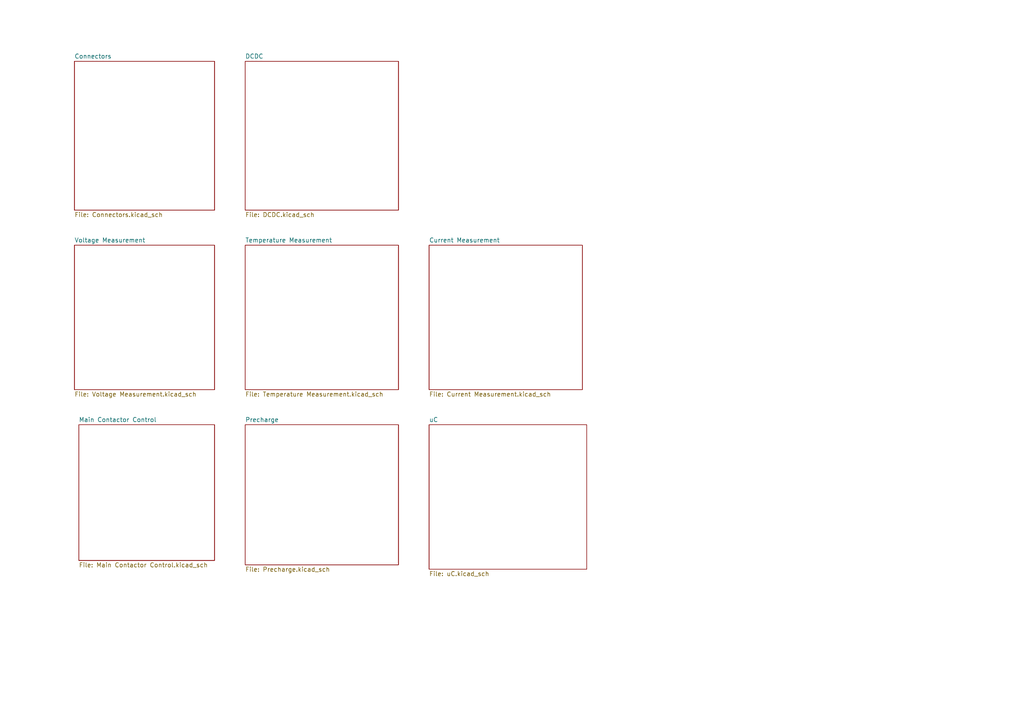
<source format=kicad_sch>
(kicad_sch
	(version 20250114)
	(generator "eeschema")
	(generator_version "9.0")
	(uuid "f3f5bf67-59a2-4fff-a256-b414fb7b1786")
	(paper "A4")
	(title_block
		(title "Schematic BMS PCB")
		(date "2025-04-09")
	)
	(lib_symbols)
	(sheet
		(at 71.12 71.12)
		(size 44.45 41.91)
		(exclude_from_sim no)
		(in_bom yes)
		(on_board yes)
		(dnp no)
		(fields_autoplaced yes)
		(stroke
			(width 0.1524)
			(type solid)
		)
		(fill
			(color 0 0 0 0.0000)
		)
		(uuid "04ae05aa-56cb-41e9-ba09-f0a616efe019")
		(property "Sheetname" "Temperature Measurement"
			(at 71.12 70.4084 0)
			(effects
				(font
					(size 1.27 1.27)
				)
				(justify left bottom)
			)
		)
		(property "Sheetfile" "Temperature Measurement.kicad_sch"
			(at 71.12 113.6146 0)
			(effects
				(font
					(size 1.27 1.27)
				)
				(justify left top)
			)
		)
		(instances
			(project "BMS_PCB"
				(path "/f3f5bf67-59a2-4fff-a256-b414fb7b1786"
					(page "5")
				)
			)
		)
	)
	(sheet
		(at 21.59 71.12)
		(size 40.64 41.91)
		(exclude_from_sim no)
		(in_bom yes)
		(on_board yes)
		(dnp no)
		(fields_autoplaced yes)
		(stroke
			(width 0.1524)
			(type solid)
		)
		(fill
			(color 0 0 0 0.0000)
		)
		(uuid "0a99f3ab-5952-4099-a431-b59c5f3ceb10")
		(property "Sheetname" "Voltage Measurement"
			(at 21.59 70.4084 0)
			(effects
				(font
					(size 1.27 1.27)
				)
				(justify left bottom)
			)
		)
		(property "Sheetfile" "Voltage Measurement.kicad_sch"
			(at 21.59 113.6146 0)
			(effects
				(font
					(size 1.27 1.27)
				)
				(justify left top)
			)
		)
		(instances
			(project "BMS_PCB"
				(path "/f3f5bf67-59a2-4fff-a256-b414fb7b1786"
					(page "4")
				)
			)
		)
	)
	(sheet
		(at 21.59 17.78)
		(size 40.64 43.18)
		(exclude_from_sim no)
		(in_bom yes)
		(on_board yes)
		(dnp no)
		(fields_autoplaced yes)
		(stroke
			(width 0.1524)
			(type solid)
		)
		(fill
			(color 0 0 0 0.0000)
		)
		(uuid "64c54cf2-e962-4d56-8350-2823e3c7a7e9")
		(property "Sheetname" "Connectors"
			(at 21.59 17.0684 0)
			(effects
				(font
					(size 1.27 1.27)
				)
				(justify left bottom)
			)
		)
		(property "Sheetfile" "Connectors.kicad_sch"
			(at 21.59 61.5446 0)
			(effects
				(font
					(size 1.27 1.27)
				)
				(justify left top)
			)
		)
		(instances
			(project "BMS_PCB"
				(path "/f3f5bf67-59a2-4fff-a256-b414fb7b1786"
					(page "2")
				)
			)
		)
	)
	(sheet
		(at 71.12 17.78)
		(size 44.45 43.18)
		(exclude_from_sim no)
		(in_bom yes)
		(on_board yes)
		(dnp no)
		(fields_autoplaced yes)
		(stroke
			(width 0.1524)
			(type solid)
		)
		(fill
			(color 0 0 0 0.0000)
		)
		(uuid "6fb3ba5e-2f75-4f5a-9ee2-e60121c4d894")
		(property "Sheetname" "DCDC"
			(at 71.12 17.0684 0)
			(effects
				(font
					(size 1.27 1.27)
				)
				(justify left bottom)
			)
		)
		(property "Sheetfile" "DCDC.kicad_sch"
			(at 71.12 61.5446 0)
			(effects
				(font
					(size 1.27 1.27)
				)
				(justify left top)
			)
		)
		(instances
			(project "BMS_PCB"
				(path "/f3f5bf67-59a2-4fff-a256-b414fb7b1786"
					(page "3")
				)
			)
		)
	)
	(sheet
		(at 22.86 123.19)
		(size 39.37 39.37)
		(exclude_from_sim no)
		(in_bom yes)
		(on_board yes)
		(dnp no)
		(fields_autoplaced yes)
		(stroke
			(width 0.1524)
			(type solid)
		)
		(fill
			(color 0 0 0 0.0000)
		)
		(uuid "70268bf0-6659-4886-b5bd-e8e42422f194")
		(property "Sheetname" "Main Contactor Control"
			(at 22.86 122.4784 0)
			(effects
				(font
					(size 1.27 1.27)
				)
				(justify left bottom)
			)
		)
		(property "Sheetfile" "Main Contactor Control.kicad_sch"
			(at 22.86 163.1446 0)
			(effects
				(font
					(size 1.27 1.27)
				)
				(justify left top)
			)
		)
		(instances
			(project "BMS_PCB"
				(path "/f3f5bf67-59a2-4fff-a256-b414fb7b1786"
					(page "7")
				)
			)
		)
	)
	(sheet
		(at 124.46 123.19)
		(size 45.72 41.91)
		(exclude_from_sim no)
		(in_bom yes)
		(on_board yes)
		(dnp no)
		(fields_autoplaced yes)
		(stroke
			(width 0.1524)
			(type solid)
		)
		(fill
			(color 0 0 0 0.0000)
		)
		(uuid "84cafc56-a945-4d00-83b7-09041457ec54")
		(property "Sheetname" "uC"
			(at 124.46 122.4784 0)
			(effects
				(font
					(size 1.27 1.27)
				)
				(justify left bottom)
			)
		)
		(property "Sheetfile" "uC.kicad_sch"
			(at 124.46 165.6846 0)
			(effects
				(font
					(size 1.27 1.27)
				)
				(justify left top)
			)
		)
		(instances
			(project "BMS_PCB"
				(path "/f3f5bf67-59a2-4fff-a256-b414fb7b1786"
					(page "9")
				)
			)
		)
	)
	(sheet
		(at 71.12 123.19)
		(size 44.45 40.64)
		(exclude_from_sim no)
		(in_bom yes)
		(on_board yes)
		(dnp no)
		(fields_autoplaced yes)
		(stroke
			(width 0.1524)
			(type solid)
		)
		(fill
			(color 0 0 0 0.0000)
		)
		(uuid "87fe232f-8506-496f-8634-33aef9628ad6")
		(property "Sheetname" "Precharge"
			(at 71.12 122.4784 0)
			(effects
				(font
					(size 1.27 1.27)
				)
				(justify left bottom)
			)
		)
		(property "Sheetfile" "Precharge.kicad_sch"
			(at 71.12 164.4146 0)
			(effects
				(font
					(size 1.27 1.27)
				)
				(justify left top)
			)
		)
		(instances
			(project "BMS_PCB"
				(path "/f3f5bf67-59a2-4fff-a256-b414fb7b1786"
					(page "8")
				)
			)
		)
	)
	(sheet
		(at 124.46 71.12)
		(size 44.45 41.91)
		(exclude_from_sim no)
		(in_bom yes)
		(on_board yes)
		(dnp no)
		(fields_autoplaced yes)
		(stroke
			(width 0.1524)
			(type solid)
		)
		(fill
			(color 0 0 0 0.0000)
		)
		(uuid "97cd556a-bb13-4bbd-9a52-b5c25c14caba")
		(property "Sheetname" "Current Measurement"
			(at 124.46 70.4084 0)
			(effects
				(font
					(size 1.27 1.27)
				)
				(justify left bottom)
			)
		)
		(property "Sheetfile" "Current Measurement.kicad_sch"
			(at 124.46 113.6146 0)
			(effects
				(font
					(size 1.27 1.27)
				)
				(justify left top)
			)
		)
		(instances
			(project "BMS_PCB"
				(path "/f3f5bf67-59a2-4fff-a256-b414fb7b1786"
					(page "6")
				)
			)
		)
	)
	(sheet_instances
		(path "/"
			(page "1")
		)
	)
	(embedded_fonts no)
)

</source>
